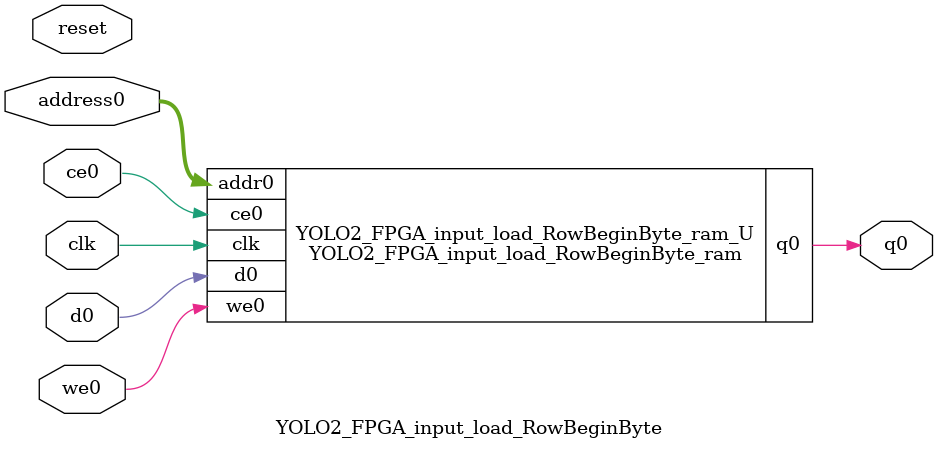
<source format=v>
`timescale 1 ns / 1 ps
module YOLO2_FPGA_input_load_RowBeginByte_ram (addr0, ce0, d0, we0, q0,  clk);

parameter DWIDTH = 1;
parameter AWIDTH = 7;
parameter MEM_SIZE = 106;

input[AWIDTH-1:0] addr0;
input ce0;
input[DWIDTH-1:0] d0;
input we0;
output reg[DWIDTH-1:0] q0;
input clk;

reg [DWIDTH-1:0] ram[0:MEM_SIZE-1];




always @(posedge clk)  
begin 
    if (ce0) begin
        if (we0) 
            ram[addr0] <= d0; 
        q0 <= ram[addr0];
    end
end


endmodule

`timescale 1 ns / 1 ps
module YOLO2_FPGA_input_load_RowBeginByte(
    reset,
    clk,
    address0,
    ce0,
    we0,
    d0,
    q0);

parameter DataWidth = 32'd1;
parameter AddressRange = 32'd106;
parameter AddressWidth = 32'd7;
input reset;
input clk;
input[AddressWidth - 1:0] address0;
input ce0;
input we0;
input[DataWidth - 1:0] d0;
output[DataWidth - 1:0] q0;



YOLO2_FPGA_input_load_RowBeginByte_ram YOLO2_FPGA_input_load_RowBeginByte_ram_U(
    .clk( clk ),
    .addr0( address0 ),
    .ce0( ce0 ),
    .we0( we0 ),
    .d0( d0 ),
    .q0( q0 ));

endmodule


</source>
